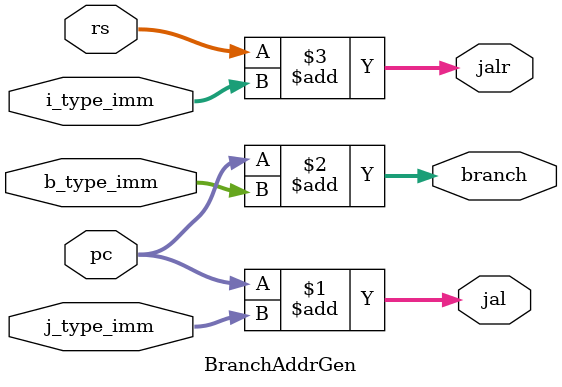
<source format=sv>
`timescale 1ns / 1ps


module BranchAddrGen(
    input [31:0] pc,
    input [31:0] rs,
    input [31:0] b_type_imm,
    input [31:0] i_type_imm,
    input [31:0] j_type_imm,
    output [31:0] jal,
    output [31:0] branch,
    output [31:0] jalr
    );
    
    assign jal = pc + j_type_imm;
    assign branch = pc + b_type_imm;
    assign jalr = rs + i_type_imm;
    
endmodule

</source>
